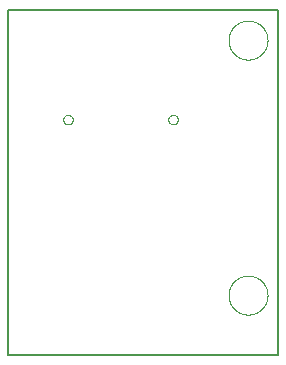
<source format=gko>
G75*
%MOIN*%
%OFA0B0*%
%FSLAX25Y25*%
%IPPOS*%
%LPD*%
%AMOC8*
5,1,8,0,0,1.08239X$1,22.5*
%
%ADD10C,0.00800*%
%ADD11C,0.00000*%
D10*
X0128333Y0060000D02*
X0128333Y0175000D01*
X0218333Y0175000D01*
X0218255Y0060000D01*
X0128333Y0060000D01*
D11*
X0201833Y0080000D02*
X0201835Y0080161D01*
X0201841Y0080321D01*
X0201851Y0080482D01*
X0201865Y0080642D01*
X0201883Y0080802D01*
X0201904Y0080961D01*
X0201930Y0081120D01*
X0201960Y0081278D01*
X0201993Y0081435D01*
X0202031Y0081592D01*
X0202072Y0081747D01*
X0202117Y0081901D01*
X0202166Y0082054D01*
X0202219Y0082206D01*
X0202275Y0082357D01*
X0202336Y0082506D01*
X0202399Y0082654D01*
X0202467Y0082800D01*
X0202538Y0082944D01*
X0202612Y0083086D01*
X0202690Y0083227D01*
X0202772Y0083365D01*
X0202857Y0083502D01*
X0202945Y0083636D01*
X0203037Y0083768D01*
X0203132Y0083898D01*
X0203230Y0084026D01*
X0203331Y0084151D01*
X0203435Y0084273D01*
X0203542Y0084393D01*
X0203652Y0084510D01*
X0203765Y0084625D01*
X0203881Y0084736D01*
X0204000Y0084845D01*
X0204121Y0084950D01*
X0204245Y0085053D01*
X0204371Y0085153D01*
X0204499Y0085249D01*
X0204630Y0085342D01*
X0204764Y0085432D01*
X0204899Y0085519D01*
X0205037Y0085602D01*
X0205176Y0085682D01*
X0205318Y0085758D01*
X0205461Y0085831D01*
X0205606Y0085900D01*
X0205753Y0085966D01*
X0205901Y0086028D01*
X0206051Y0086086D01*
X0206202Y0086141D01*
X0206355Y0086192D01*
X0206509Y0086239D01*
X0206664Y0086282D01*
X0206820Y0086321D01*
X0206976Y0086357D01*
X0207134Y0086388D01*
X0207292Y0086416D01*
X0207451Y0086440D01*
X0207611Y0086460D01*
X0207771Y0086476D01*
X0207931Y0086488D01*
X0208092Y0086496D01*
X0208253Y0086500D01*
X0208413Y0086500D01*
X0208574Y0086496D01*
X0208735Y0086488D01*
X0208895Y0086476D01*
X0209055Y0086460D01*
X0209215Y0086440D01*
X0209374Y0086416D01*
X0209532Y0086388D01*
X0209690Y0086357D01*
X0209846Y0086321D01*
X0210002Y0086282D01*
X0210157Y0086239D01*
X0210311Y0086192D01*
X0210464Y0086141D01*
X0210615Y0086086D01*
X0210765Y0086028D01*
X0210913Y0085966D01*
X0211060Y0085900D01*
X0211205Y0085831D01*
X0211348Y0085758D01*
X0211490Y0085682D01*
X0211629Y0085602D01*
X0211767Y0085519D01*
X0211902Y0085432D01*
X0212036Y0085342D01*
X0212167Y0085249D01*
X0212295Y0085153D01*
X0212421Y0085053D01*
X0212545Y0084950D01*
X0212666Y0084845D01*
X0212785Y0084736D01*
X0212901Y0084625D01*
X0213014Y0084510D01*
X0213124Y0084393D01*
X0213231Y0084273D01*
X0213335Y0084151D01*
X0213436Y0084026D01*
X0213534Y0083898D01*
X0213629Y0083768D01*
X0213721Y0083636D01*
X0213809Y0083502D01*
X0213894Y0083365D01*
X0213976Y0083227D01*
X0214054Y0083086D01*
X0214128Y0082944D01*
X0214199Y0082800D01*
X0214267Y0082654D01*
X0214330Y0082506D01*
X0214391Y0082357D01*
X0214447Y0082206D01*
X0214500Y0082054D01*
X0214549Y0081901D01*
X0214594Y0081747D01*
X0214635Y0081592D01*
X0214673Y0081435D01*
X0214706Y0081278D01*
X0214736Y0081120D01*
X0214762Y0080961D01*
X0214783Y0080802D01*
X0214801Y0080642D01*
X0214815Y0080482D01*
X0214825Y0080321D01*
X0214831Y0080161D01*
X0214833Y0080000D01*
X0214831Y0079839D01*
X0214825Y0079679D01*
X0214815Y0079518D01*
X0214801Y0079358D01*
X0214783Y0079198D01*
X0214762Y0079039D01*
X0214736Y0078880D01*
X0214706Y0078722D01*
X0214673Y0078565D01*
X0214635Y0078408D01*
X0214594Y0078253D01*
X0214549Y0078099D01*
X0214500Y0077946D01*
X0214447Y0077794D01*
X0214391Y0077643D01*
X0214330Y0077494D01*
X0214267Y0077346D01*
X0214199Y0077200D01*
X0214128Y0077056D01*
X0214054Y0076914D01*
X0213976Y0076773D01*
X0213894Y0076635D01*
X0213809Y0076498D01*
X0213721Y0076364D01*
X0213629Y0076232D01*
X0213534Y0076102D01*
X0213436Y0075974D01*
X0213335Y0075849D01*
X0213231Y0075727D01*
X0213124Y0075607D01*
X0213014Y0075490D01*
X0212901Y0075375D01*
X0212785Y0075264D01*
X0212666Y0075155D01*
X0212545Y0075050D01*
X0212421Y0074947D01*
X0212295Y0074847D01*
X0212167Y0074751D01*
X0212036Y0074658D01*
X0211902Y0074568D01*
X0211767Y0074481D01*
X0211629Y0074398D01*
X0211490Y0074318D01*
X0211348Y0074242D01*
X0211205Y0074169D01*
X0211060Y0074100D01*
X0210913Y0074034D01*
X0210765Y0073972D01*
X0210615Y0073914D01*
X0210464Y0073859D01*
X0210311Y0073808D01*
X0210157Y0073761D01*
X0210002Y0073718D01*
X0209846Y0073679D01*
X0209690Y0073643D01*
X0209532Y0073612D01*
X0209374Y0073584D01*
X0209215Y0073560D01*
X0209055Y0073540D01*
X0208895Y0073524D01*
X0208735Y0073512D01*
X0208574Y0073504D01*
X0208413Y0073500D01*
X0208253Y0073500D01*
X0208092Y0073504D01*
X0207931Y0073512D01*
X0207771Y0073524D01*
X0207611Y0073540D01*
X0207451Y0073560D01*
X0207292Y0073584D01*
X0207134Y0073612D01*
X0206976Y0073643D01*
X0206820Y0073679D01*
X0206664Y0073718D01*
X0206509Y0073761D01*
X0206355Y0073808D01*
X0206202Y0073859D01*
X0206051Y0073914D01*
X0205901Y0073972D01*
X0205753Y0074034D01*
X0205606Y0074100D01*
X0205461Y0074169D01*
X0205318Y0074242D01*
X0205176Y0074318D01*
X0205037Y0074398D01*
X0204899Y0074481D01*
X0204764Y0074568D01*
X0204630Y0074658D01*
X0204499Y0074751D01*
X0204371Y0074847D01*
X0204245Y0074947D01*
X0204121Y0075050D01*
X0204000Y0075155D01*
X0203881Y0075264D01*
X0203765Y0075375D01*
X0203652Y0075490D01*
X0203542Y0075607D01*
X0203435Y0075727D01*
X0203331Y0075849D01*
X0203230Y0075974D01*
X0203132Y0076102D01*
X0203037Y0076232D01*
X0202945Y0076364D01*
X0202857Y0076498D01*
X0202772Y0076635D01*
X0202690Y0076773D01*
X0202612Y0076914D01*
X0202538Y0077056D01*
X0202467Y0077200D01*
X0202399Y0077346D01*
X0202336Y0077494D01*
X0202275Y0077643D01*
X0202219Y0077794D01*
X0202166Y0077946D01*
X0202117Y0078099D01*
X0202072Y0078253D01*
X0202031Y0078408D01*
X0201993Y0078565D01*
X0201960Y0078722D01*
X0201930Y0078880D01*
X0201904Y0079039D01*
X0201883Y0079198D01*
X0201865Y0079358D01*
X0201851Y0079518D01*
X0201841Y0079679D01*
X0201835Y0079839D01*
X0201833Y0080000D01*
X0181778Y0138504D02*
X0181780Y0138583D01*
X0181786Y0138662D01*
X0181796Y0138741D01*
X0181810Y0138819D01*
X0181827Y0138896D01*
X0181849Y0138972D01*
X0181874Y0139047D01*
X0181904Y0139120D01*
X0181936Y0139192D01*
X0181973Y0139263D01*
X0182013Y0139331D01*
X0182056Y0139397D01*
X0182102Y0139461D01*
X0182152Y0139523D01*
X0182205Y0139582D01*
X0182260Y0139638D01*
X0182319Y0139692D01*
X0182380Y0139742D01*
X0182443Y0139790D01*
X0182509Y0139834D01*
X0182577Y0139875D01*
X0182647Y0139912D01*
X0182718Y0139946D01*
X0182792Y0139976D01*
X0182866Y0140002D01*
X0182942Y0140024D01*
X0183019Y0140043D01*
X0183097Y0140058D01*
X0183175Y0140069D01*
X0183254Y0140076D01*
X0183333Y0140079D01*
X0183412Y0140078D01*
X0183491Y0140073D01*
X0183570Y0140064D01*
X0183648Y0140051D01*
X0183725Y0140034D01*
X0183802Y0140014D01*
X0183877Y0139989D01*
X0183951Y0139961D01*
X0184024Y0139929D01*
X0184094Y0139894D01*
X0184163Y0139855D01*
X0184230Y0139812D01*
X0184295Y0139766D01*
X0184357Y0139718D01*
X0184417Y0139666D01*
X0184474Y0139611D01*
X0184528Y0139553D01*
X0184579Y0139493D01*
X0184627Y0139430D01*
X0184672Y0139365D01*
X0184714Y0139297D01*
X0184752Y0139228D01*
X0184786Y0139157D01*
X0184817Y0139084D01*
X0184845Y0139009D01*
X0184868Y0138934D01*
X0184888Y0138857D01*
X0184904Y0138780D01*
X0184916Y0138701D01*
X0184924Y0138623D01*
X0184928Y0138544D01*
X0184928Y0138464D01*
X0184924Y0138385D01*
X0184916Y0138307D01*
X0184904Y0138228D01*
X0184888Y0138151D01*
X0184868Y0138074D01*
X0184845Y0137999D01*
X0184817Y0137924D01*
X0184786Y0137851D01*
X0184752Y0137780D01*
X0184714Y0137711D01*
X0184672Y0137643D01*
X0184627Y0137578D01*
X0184579Y0137515D01*
X0184528Y0137455D01*
X0184474Y0137397D01*
X0184417Y0137342D01*
X0184357Y0137290D01*
X0184295Y0137242D01*
X0184230Y0137196D01*
X0184163Y0137153D01*
X0184094Y0137114D01*
X0184024Y0137079D01*
X0183951Y0137047D01*
X0183877Y0137019D01*
X0183802Y0136994D01*
X0183725Y0136974D01*
X0183648Y0136957D01*
X0183570Y0136944D01*
X0183491Y0136935D01*
X0183412Y0136930D01*
X0183333Y0136929D01*
X0183254Y0136932D01*
X0183175Y0136939D01*
X0183097Y0136950D01*
X0183019Y0136965D01*
X0182942Y0136984D01*
X0182866Y0137006D01*
X0182792Y0137032D01*
X0182718Y0137062D01*
X0182647Y0137096D01*
X0182577Y0137133D01*
X0182509Y0137174D01*
X0182443Y0137218D01*
X0182380Y0137266D01*
X0182319Y0137316D01*
X0182260Y0137370D01*
X0182205Y0137426D01*
X0182152Y0137485D01*
X0182102Y0137547D01*
X0182056Y0137611D01*
X0182013Y0137677D01*
X0181973Y0137745D01*
X0181936Y0137816D01*
X0181904Y0137888D01*
X0181874Y0137961D01*
X0181849Y0138036D01*
X0181827Y0138112D01*
X0181810Y0138189D01*
X0181796Y0138267D01*
X0181786Y0138346D01*
X0181780Y0138425D01*
X0181778Y0138504D01*
X0146739Y0138504D02*
X0146741Y0138583D01*
X0146747Y0138662D01*
X0146757Y0138741D01*
X0146771Y0138819D01*
X0146788Y0138896D01*
X0146810Y0138972D01*
X0146835Y0139047D01*
X0146865Y0139120D01*
X0146897Y0139192D01*
X0146934Y0139263D01*
X0146974Y0139331D01*
X0147017Y0139397D01*
X0147063Y0139461D01*
X0147113Y0139523D01*
X0147166Y0139582D01*
X0147221Y0139638D01*
X0147280Y0139692D01*
X0147341Y0139742D01*
X0147404Y0139790D01*
X0147470Y0139834D01*
X0147538Y0139875D01*
X0147608Y0139912D01*
X0147679Y0139946D01*
X0147753Y0139976D01*
X0147827Y0140002D01*
X0147903Y0140024D01*
X0147980Y0140043D01*
X0148058Y0140058D01*
X0148136Y0140069D01*
X0148215Y0140076D01*
X0148294Y0140079D01*
X0148373Y0140078D01*
X0148452Y0140073D01*
X0148531Y0140064D01*
X0148609Y0140051D01*
X0148686Y0140034D01*
X0148763Y0140014D01*
X0148838Y0139989D01*
X0148912Y0139961D01*
X0148985Y0139929D01*
X0149055Y0139894D01*
X0149124Y0139855D01*
X0149191Y0139812D01*
X0149256Y0139766D01*
X0149318Y0139718D01*
X0149378Y0139666D01*
X0149435Y0139611D01*
X0149489Y0139553D01*
X0149540Y0139493D01*
X0149588Y0139430D01*
X0149633Y0139365D01*
X0149675Y0139297D01*
X0149713Y0139228D01*
X0149747Y0139157D01*
X0149778Y0139084D01*
X0149806Y0139009D01*
X0149829Y0138934D01*
X0149849Y0138857D01*
X0149865Y0138780D01*
X0149877Y0138701D01*
X0149885Y0138623D01*
X0149889Y0138544D01*
X0149889Y0138464D01*
X0149885Y0138385D01*
X0149877Y0138307D01*
X0149865Y0138228D01*
X0149849Y0138151D01*
X0149829Y0138074D01*
X0149806Y0137999D01*
X0149778Y0137924D01*
X0149747Y0137851D01*
X0149713Y0137780D01*
X0149675Y0137711D01*
X0149633Y0137643D01*
X0149588Y0137578D01*
X0149540Y0137515D01*
X0149489Y0137455D01*
X0149435Y0137397D01*
X0149378Y0137342D01*
X0149318Y0137290D01*
X0149256Y0137242D01*
X0149191Y0137196D01*
X0149124Y0137153D01*
X0149055Y0137114D01*
X0148985Y0137079D01*
X0148912Y0137047D01*
X0148838Y0137019D01*
X0148763Y0136994D01*
X0148686Y0136974D01*
X0148609Y0136957D01*
X0148531Y0136944D01*
X0148452Y0136935D01*
X0148373Y0136930D01*
X0148294Y0136929D01*
X0148215Y0136932D01*
X0148136Y0136939D01*
X0148058Y0136950D01*
X0147980Y0136965D01*
X0147903Y0136984D01*
X0147827Y0137006D01*
X0147753Y0137032D01*
X0147679Y0137062D01*
X0147608Y0137096D01*
X0147538Y0137133D01*
X0147470Y0137174D01*
X0147404Y0137218D01*
X0147341Y0137266D01*
X0147280Y0137316D01*
X0147221Y0137370D01*
X0147166Y0137426D01*
X0147113Y0137485D01*
X0147063Y0137547D01*
X0147017Y0137611D01*
X0146974Y0137677D01*
X0146934Y0137745D01*
X0146897Y0137816D01*
X0146865Y0137888D01*
X0146835Y0137961D01*
X0146810Y0138036D01*
X0146788Y0138112D01*
X0146771Y0138189D01*
X0146757Y0138267D01*
X0146747Y0138346D01*
X0146741Y0138425D01*
X0146739Y0138504D01*
X0201833Y0165000D02*
X0201835Y0165161D01*
X0201841Y0165321D01*
X0201851Y0165482D01*
X0201865Y0165642D01*
X0201883Y0165802D01*
X0201904Y0165961D01*
X0201930Y0166120D01*
X0201960Y0166278D01*
X0201993Y0166435D01*
X0202031Y0166592D01*
X0202072Y0166747D01*
X0202117Y0166901D01*
X0202166Y0167054D01*
X0202219Y0167206D01*
X0202275Y0167357D01*
X0202336Y0167506D01*
X0202399Y0167654D01*
X0202467Y0167800D01*
X0202538Y0167944D01*
X0202612Y0168086D01*
X0202690Y0168227D01*
X0202772Y0168365D01*
X0202857Y0168502D01*
X0202945Y0168636D01*
X0203037Y0168768D01*
X0203132Y0168898D01*
X0203230Y0169026D01*
X0203331Y0169151D01*
X0203435Y0169273D01*
X0203542Y0169393D01*
X0203652Y0169510D01*
X0203765Y0169625D01*
X0203881Y0169736D01*
X0204000Y0169845D01*
X0204121Y0169950D01*
X0204245Y0170053D01*
X0204371Y0170153D01*
X0204499Y0170249D01*
X0204630Y0170342D01*
X0204764Y0170432D01*
X0204899Y0170519D01*
X0205037Y0170602D01*
X0205176Y0170682D01*
X0205318Y0170758D01*
X0205461Y0170831D01*
X0205606Y0170900D01*
X0205753Y0170966D01*
X0205901Y0171028D01*
X0206051Y0171086D01*
X0206202Y0171141D01*
X0206355Y0171192D01*
X0206509Y0171239D01*
X0206664Y0171282D01*
X0206820Y0171321D01*
X0206976Y0171357D01*
X0207134Y0171388D01*
X0207292Y0171416D01*
X0207451Y0171440D01*
X0207611Y0171460D01*
X0207771Y0171476D01*
X0207931Y0171488D01*
X0208092Y0171496D01*
X0208253Y0171500D01*
X0208413Y0171500D01*
X0208574Y0171496D01*
X0208735Y0171488D01*
X0208895Y0171476D01*
X0209055Y0171460D01*
X0209215Y0171440D01*
X0209374Y0171416D01*
X0209532Y0171388D01*
X0209690Y0171357D01*
X0209846Y0171321D01*
X0210002Y0171282D01*
X0210157Y0171239D01*
X0210311Y0171192D01*
X0210464Y0171141D01*
X0210615Y0171086D01*
X0210765Y0171028D01*
X0210913Y0170966D01*
X0211060Y0170900D01*
X0211205Y0170831D01*
X0211348Y0170758D01*
X0211490Y0170682D01*
X0211629Y0170602D01*
X0211767Y0170519D01*
X0211902Y0170432D01*
X0212036Y0170342D01*
X0212167Y0170249D01*
X0212295Y0170153D01*
X0212421Y0170053D01*
X0212545Y0169950D01*
X0212666Y0169845D01*
X0212785Y0169736D01*
X0212901Y0169625D01*
X0213014Y0169510D01*
X0213124Y0169393D01*
X0213231Y0169273D01*
X0213335Y0169151D01*
X0213436Y0169026D01*
X0213534Y0168898D01*
X0213629Y0168768D01*
X0213721Y0168636D01*
X0213809Y0168502D01*
X0213894Y0168365D01*
X0213976Y0168227D01*
X0214054Y0168086D01*
X0214128Y0167944D01*
X0214199Y0167800D01*
X0214267Y0167654D01*
X0214330Y0167506D01*
X0214391Y0167357D01*
X0214447Y0167206D01*
X0214500Y0167054D01*
X0214549Y0166901D01*
X0214594Y0166747D01*
X0214635Y0166592D01*
X0214673Y0166435D01*
X0214706Y0166278D01*
X0214736Y0166120D01*
X0214762Y0165961D01*
X0214783Y0165802D01*
X0214801Y0165642D01*
X0214815Y0165482D01*
X0214825Y0165321D01*
X0214831Y0165161D01*
X0214833Y0165000D01*
X0214831Y0164839D01*
X0214825Y0164679D01*
X0214815Y0164518D01*
X0214801Y0164358D01*
X0214783Y0164198D01*
X0214762Y0164039D01*
X0214736Y0163880D01*
X0214706Y0163722D01*
X0214673Y0163565D01*
X0214635Y0163408D01*
X0214594Y0163253D01*
X0214549Y0163099D01*
X0214500Y0162946D01*
X0214447Y0162794D01*
X0214391Y0162643D01*
X0214330Y0162494D01*
X0214267Y0162346D01*
X0214199Y0162200D01*
X0214128Y0162056D01*
X0214054Y0161914D01*
X0213976Y0161773D01*
X0213894Y0161635D01*
X0213809Y0161498D01*
X0213721Y0161364D01*
X0213629Y0161232D01*
X0213534Y0161102D01*
X0213436Y0160974D01*
X0213335Y0160849D01*
X0213231Y0160727D01*
X0213124Y0160607D01*
X0213014Y0160490D01*
X0212901Y0160375D01*
X0212785Y0160264D01*
X0212666Y0160155D01*
X0212545Y0160050D01*
X0212421Y0159947D01*
X0212295Y0159847D01*
X0212167Y0159751D01*
X0212036Y0159658D01*
X0211902Y0159568D01*
X0211767Y0159481D01*
X0211629Y0159398D01*
X0211490Y0159318D01*
X0211348Y0159242D01*
X0211205Y0159169D01*
X0211060Y0159100D01*
X0210913Y0159034D01*
X0210765Y0158972D01*
X0210615Y0158914D01*
X0210464Y0158859D01*
X0210311Y0158808D01*
X0210157Y0158761D01*
X0210002Y0158718D01*
X0209846Y0158679D01*
X0209690Y0158643D01*
X0209532Y0158612D01*
X0209374Y0158584D01*
X0209215Y0158560D01*
X0209055Y0158540D01*
X0208895Y0158524D01*
X0208735Y0158512D01*
X0208574Y0158504D01*
X0208413Y0158500D01*
X0208253Y0158500D01*
X0208092Y0158504D01*
X0207931Y0158512D01*
X0207771Y0158524D01*
X0207611Y0158540D01*
X0207451Y0158560D01*
X0207292Y0158584D01*
X0207134Y0158612D01*
X0206976Y0158643D01*
X0206820Y0158679D01*
X0206664Y0158718D01*
X0206509Y0158761D01*
X0206355Y0158808D01*
X0206202Y0158859D01*
X0206051Y0158914D01*
X0205901Y0158972D01*
X0205753Y0159034D01*
X0205606Y0159100D01*
X0205461Y0159169D01*
X0205318Y0159242D01*
X0205176Y0159318D01*
X0205037Y0159398D01*
X0204899Y0159481D01*
X0204764Y0159568D01*
X0204630Y0159658D01*
X0204499Y0159751D01*
X0204371Y0159847D01*
X0204245Y0159947D01*
X0204121Y0160050D01*
X0204000Y0160155D01*
X0203881Y0160264D01*
X0203765Y0160375D01*
X0203652Y0160490D01*
X0203542Y0160607D01*
X0203435Y0160727D01*
X0203331Y0160849D01*
X0203230Y0160974D01*
X0203132Y0161102D01*
X0203037Y0161232D01*
X0202945Y0161364D01*
X0202857Y0161498D01*
X0202772Y0161635D01*
X0202690Y0161773D01*
X0202612Y0161914D01*
X0202538Y0162056D01*
X0202467Y0162200D01*
X0202399Y0162346D01*
X0202336Y0162494D01*
X0202275Y0162643D01*
X0202219Y0162794D01*
X0202166Y0162946D01*
X0202117Y0163099D01*
X0202072Y0163253D01*
X0202031Y0163408D01*
X0201993Y0163565D01*
X0201960Y0163722D01*
X0201930Y0163880D01*
X0201904Y0164039D01*
X0201883Y0164198D01*
X0201865Y0164358D01*
X0201851Y0164518D01*
X0201841Y0164679D01*
X0201835Y0164839D01*
X0201833Y0165000D01*
M02*

</source>
